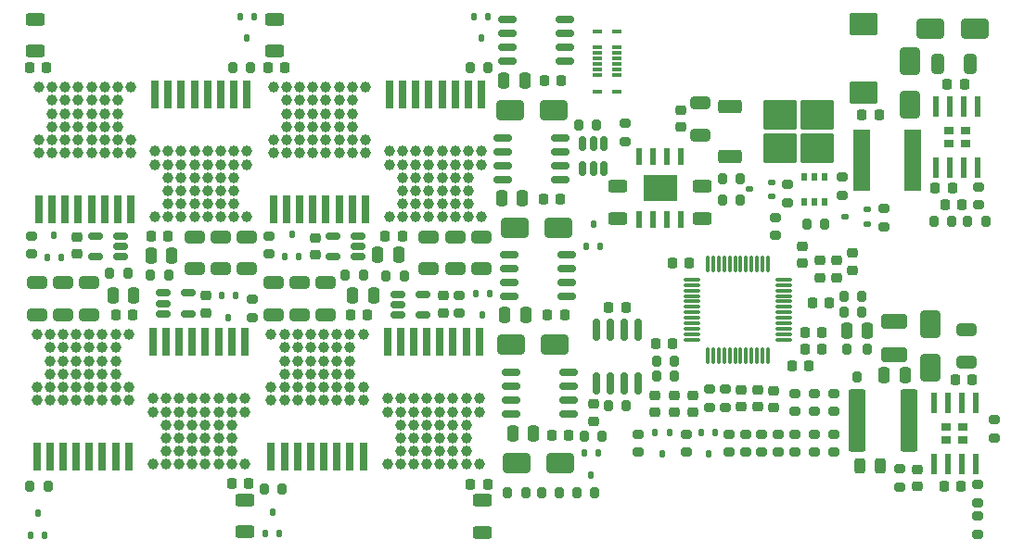
<source format=gtp>
G04 #@! TF.GenerationSoftware,KiCad,Pcbnew,9.0.2*
G04 #@! TF.CreationDate,2025-07-16T03:37:52+03:00*
G04 #@! TF.ProjectId,dcesc-ga25,64636573-632d-4676-9132-352e6b696361,rev?*
G04 #@! TF.SameCoordinates,Original*
G04 #@! TF.FileFunction,Paste,Top*
G04 #@! TF.FilePolarity,Positive*
%FSLAX46Y46*%
G04 Gerber Fmt 4.6, Leading zero omitted, Abs format (unit mm)*
G04 Created by KiCad (PCBNEW 9.0.2) date 2025-07-16 03:37:52*
%MOMM*%
%LPD*%
G01*
G04 APERTURE LIST*
G04 Aperture macros list*
%AMRoundRect*
0 Rectangle with rounded corners*
0 $1 Rounding radius*
0 $2 $3 $4 $5 $6 $7 $8 $9 X,Y pos of 4 corners*
0 Add a 4 corners polygon primitive as box body*
4,1,4,$2,$3,$4,$5,$6,$7,$8,$9,$2,$3,0*
0 Add four circle primitives for the rounded corners*
1,1,$1+$1,$2,$3*
1,1,$1+$1,$4,$5*
1,1,$1+$1,$6,$7*
1,1,$1+$1,$8,$9*
0 Add four rect primitives between the rounded corners*
20,1,$1+$1,$2,$3,$4,$5,0*
20,1,$1+$1,$4,$5,$6,$7,0*
20,1,$1+$1,$6,$7,$8,$9,0*
20,1,$1+$1,$8,$9,$2,$3,0*%
G04 Aperture macros list end*
%ADD10RoundRect,0.112500X0.237500X-0.112500X0.237500X0.112500X-0.237500X0.112500X-0.237500X-0.112500X0*%
%ADD11RoundRect,0.250000X-0.325000X-0.650000X0.325000X-0.650000X0.325000X0.650000X-0.325000X0.650000X0*%
%ADD12RoundRect,0.200000X0.275000X-0.200000X0.275000X0.200000X-0.275000X0.200000X-0.275000X-0.200000X0*%
%ADD13RoundRect,0.250000X0.250000X0.475000X-0.250000X0.475000X-0.250000X-0.475000X0.250000X-0.475000X0*%
%ADD14RoundRect,0.150000X0.675000X0.150000X-0.675000X0.150000X-0.675000X-0.150000X0.675000X-0.150000X0*%
%ADD15RoundRect,0.112500X-0.112500X-0.237500X0.112500X-0.237500X0.112500X0.237500X-0.112500X0.237500X0*%
%ADD16RoundRect,0.200000X0.200000X0.275000X-0.200000X0.275000X-0.200000X-0.275000X0.200000X-0.275000X0*%
%ADD17RoundRect,0.150000X-0.512500X-0.150000X0.512500X-0.150000X0.512500X0.150000X-0.512500X0.150000X0*%
%ADD18RoundRect,0.225000X0.250000X-0.225000X0.250000X0.225000X-0.250000X0.225000X-0.250000X-0.225000X0*%
%ADD19RoundRect,0.200000X-0.275000X0.200000X-0.275000X-0.200000X0.275000X-0.200000X0.275000X0.200000X0*%
%ADD20RoundRect,0.200000X-0.200000X-0.275000X0.200000X-0.275000X0.200000X0.275000X-0.200000X0.275000X0*%
%ADD21RoundRect,0.150000X-0.150000X0.512500X-0.150000X-0.512500X0.150000X-0.512500X0.150000X0.512500X0*%
%ADD22RoundRect,0.250000X0.650000X-1.000000X0.650000X1.000000X-0.650000X1.000000X-0.650000X-1.000000X0*%
%ADD23RoundRect,0.150000X-0.150000X0.825000X-0.150000X-0.825000X0.150000X-0.825000X0.150000X0.825000X0*%
%ADD24RoundRect,0.250000X-1.000000X-0.650000X1.000000X-0.650000X1.000000X0.650000X-1.000000X0.650000X0*%
%ADD25R,0.510000X0.700000*%
%ADD26RoundRect,0.250000X-0.250000X-0.475000X0.250000X-0.475000X0.250000X0.475000X-0.250000X0.475000X0*%
%ADD27RoundRect,0.250000X0.625000X-0.312500X0.625000X0.312500X-0.625000X0.312500X-0.625000X-0.312500X0*%
%ADD28RoundRect,0.225000X-0.250000X0.225000X-0.250000X-0.225000X0.250000X-0.225000X0.250000X0.225000X0*%
%ADD29RoundRect,0.225000X0.225000X0.250000X-0.225000X0.250000X-0.225000X-0.250000X0.225000X-0.250000X0*%
%ADD30RoundRect,0.250000X1.000000X0.650000X-1.000000X0.650000X-1.000000X-0.650000X1.000000X-0.650000X0*%
%ADD31R,0.610000X1.910000*%
%ADD32R,0.930000X0.723000*%
%ADD33RoundRect,0.225000X-0.225000X-0.250000X0.225000X-0.250000X0.225000X0.250000X-0.225000X0.250000X0*%
%ADD34RoundRect,0.250000X-0.650000X0.325000X-0.650000X-0.325000X0.650000X-0.325000X0.650000X0.325000X0*%
%ADD35RoundRect,0.250000X0.550000X2.600000X-0.550000X2.600000X-0.550000X-2.600000X0.550000X-2.600000X0*%
%ADD36RoundRect,0.150000X0.512500X0.150000X-0.512500X0.150000X-0.512500X-0.150000X0.512500X-0.150000X0*%
%ADD37R,0.700000X2.600000*%
%ADD38C,1.000000*%
%ADD39RoundRect,0.250000X0.650000X-0.325000X0.650000X0.325000X-0.650000X0.325000X-0.650000X-0.325000X0*%
%ADD40RoundRect,0.250000X1.045000X-0.785000X1.045000X0.785000X-1.045000X0.785000X-1.045000X-0.785000X0*%
%ADD41RoundRect,0.112500X0.112500X0.237500X-0.112500X0.237500X-0.112500X-0.237500X0.112500X-0.237500X0*%
%ADD42RoundRect,0.250000X-0.625000X0.312500X-0.625000X-0.312500X0.625000X-0.312500X0.625000X0.312500X0*%
%ADD43RoundRect,0.218750X0.256250X-0.218750X0.256250X0.218750X-0.256250X0.218750X-0.256250X-0.218750X0*%
%ADD44R,3.100000X2.400000*%
%ADD45R,0.500000X1.600000*%
%ADD46RoundRect,0.250000X0.945000X-0.420000X0.945000X0.420000X-0.945000X0.420000X-0.945000X-0.420000X0*%
%ADD47R,0.870000X0.300000*%
%ADD48RoundRect,0.243750X-0.243750X-0.456250X0.243750X-0.456250X0.243750X0.456250X-0.243750X0.456250X0*%
%ADD49RoundRect,0.250000X-1.275000X-1.125000X1.275000X-1.125000X1.275000X1.125000X-1.275000X1.125000X0*%
%ADD50RoundRect,0.250000X-0.850000X-0.350000X0.850000X-0.350000X0.850000X0.350000X-0.850000X0.350000X0*%
%ADD51RoundRect,0.075000X0.075000X-0.662500X0.075000X0.662500X-0.075000X0.662500X-0.075000X-0.662500X0*%
%ADD52RoundRect,0.075000X0.662500X-0.075000X0.662500X0.075000X-0.662500X0.075000X-0.662500X-0.075000X0*%
%ADD53RoundRect,0.200000X0.200000X0.300000X-0.200000X0.300000X-0.200000X-0.300000X0.200000X-0.300000X0*%
%ADD54R,1.600000X5.700000*%
G04 APERTURE END LIST*
D10*
G04 #@! TO.C,T9*
X177800000Y-70250000D03*
X177800000Y-68950000D03*
X175800000Y-69600000D03*
G04 #@! TD*
D11*
G04 #@! TO.C,C1*
X184225000Y-55600000D03*
X187175000Y-55600000D03*
G04 #@! TD*
D12*
G04 #@! TO.C,R30*
X174800000Y-91125000D03*
X174800000Y-89475000D03*
G04 #@! TD*
D13*
G04 #@! TO.C,C51*
X114350000Y-73200000D03*
X112450000Y-73200000D03*
G04 #@! TD*
D14*
G04 #@! TO.C,U12*
X150250000Y-55405000D03*
X150250000Y-54135000D03*
X150250000Y-52865000D03*
X150250000Y-51595000D03*
X145000000Y-51595000D03*
X145000000Y-52865000D03*
X145000000Y-54135000D03*
X145000000Y-55405000D03*
G04 #@! TD*
D15*
G04 #@! TO.C,D9*
X122850000Y-98600000D03*
X124150000Y-98600000D03*
X123500000Y-96600000D03*
G04 #@! TD*
D16*
G04 #@! TO.C,R43*
X103025000Y-94200000D03*
X101375000Y-94200000D03*
G04 #@! TD*
D12*
G04 #@! TO.C,R31*
X173000000Y-91125000D03*
X173000000Y-89475000D03*
G04 #@! TD*
D17*
G04 #@! TO.C,U6*
X135012500Y-76700000D03*
X135012500Y-77650000D03*
X135012500Y-78600000D03*
X137287500Y-78600000D03*
X137287500Y-76700000D03*
G04 #@! TD*
D18*
G04 #@! TO.C,C25*
X175000000Y-75175000D03*
X175000000Y-73625000D03*
G04 #@! TD*
D19*
G04 #@! TO.C,R2*
X188000000Y-66875000D03*
X188000000Y-68525000D03*
G04 #@! TD*
D20*
G04 #@! TO.C,R13*
X172275000Y-70300000D03*
X173925000Y-70300000D03*
G04 #@! TD*
D21*
G04 #@! TO.C,U15*
X153750000Y-62900000D03*
X152800000Y-62900000D03*
X151850000Y-62900000D03*
X151850000Y-65175000D03*
X152800000Y-65175000D03*
X153750000Y-65175000D03*
G04 #@! TD*
D22*
G04 #@! TO.C,D2*
X181700000Y-59400000D03*
X181700000Y-55400000D03*
G04 #@! TD*
D23*
G04 #@! TO.C,U14*
X156905000Y-79925000D03*
X155635000Y-79925000D03*
X154365000Y-79925000D03*
X153095000Y-79925000D03*
X153095000Y-84875000D03*
X154365000Y-84875000D03*
X155635000Y-84875000D03*
X156905000Y-84875000D03*
G04 #@! TD*
D24*
G04 #@! TO.C,D17*
X145600000Y-70600000D03*
X149600000Y-70600000D03*
G04 #@! TD*
D15*
G04 #@! TO.C,D14*
X124650000Y-73225000D03*
X125950000Y-73225000D03*
X125300000Y-71225000D03*
G04 #@! TD*
D16*
G04 #@! TO.C,R19*
X149725000Y-94800000D03*
X148075000Y-94800000D03*
G04 #@! TD*
D25*
G04 #@! TO.C,T11*
X172050000Y-68260000D03*
X173000000Y-68260000D03*
X173950000Y-68260000D03*
X173950000Y-65940000D03*
X173000000Y-65940000D03*
X172050000Y-65940000D03*
G04 #@! TD*
D26*
G04 #@! TO.C,C50*
X130850000Y-76800000D03*
X132750000Y-76800000D03*
G04 #@! TD*
D27*
G04 #@! TO.C,R54*
X123700000Y-54462500D03*
X123700000Y-51537500D03*
G04 #@! TD*
D12*
G04 #@! TO.C,R56*
X155700000Y-62725000D03*
X155700000Y-61075000D03*
G04 #@! TD*
D18*
G04 #@! TO.C,C15*
X160800000Y-61400000D03*
X160800000Y-59850000D03*
G04 #@! TD*
D28*
G04 #@! TO.C,C44*
X167800000Y-85425000D03*
X167800000Y-86975000D03*
G04 #@! TD*
D12*
G04 #@! TO.C,R12*
X179300000Y-70525000D03*
X179300000Y-68875000D03*
G04 #@! TD*
D29*
G04 #@! TO.C,C21*
X161575000Y-73800000D03*
X160025000Y-73800000D03*
G04 #@! TD*
D30*
G04 #@! TO.C,D1*
X187600000Y-52400000D03*
X183600000Y-52400000D03*
G04 #@! TD*
D31*
G04 #@! TO.C,U2*
X183895000Y-92180000D03*
X185165000Y-92180000D03*
X186435000Y-92180000D03*
X187705000Y-92180000D03*
X187705000Y-86620000D03*
X186435000Y-86620000D03*
X185165000Y-86620000D03*
X183895000Y-86620000D03*
D32*
X185025000Y-90002500D03*
X186575000Y-90002500D03*
X185025000Y-88797500D03*
X186575000Y-88797500D03*
G04 #@! TD*
D26*
G04 #@! TO.C,C13*
X175950000Y-80000000D03*
X177850000Y-80000000D03*
G04 #@! TD*
D29*
G04 #@! TO.C,C5*
X185575000Y-67000000D03*
X184025000Y-67000000D03*
G04 #@! TD*
D33*
G04 #@! TO.C,C4*
X185825000Y-84502500D03*
X187375000Y-84502500D03*
G04 #@! TD*
D34*
G04 #@! TO.C,C62*
X142600000Y-71425000D03*
X142600000Y-74375000D03*
G04 #@! TD*
D16*
G04 #@! TO.C,R45*
X124425000Y-94500000D03*
X122775000Y-94500000D03*
G04 #@! TD*
D13*
G04 #@! TO.C,C52*
X135050000Y-73100000D03*
X133150000Y-73100000D03*
G04 #@! TD*
D35*
G04 #@! TO.C,L2*
X181600000Y-88200000D03*
X176900000Y-88200000D03*
G04 #@! TD*
D27*
G04 #@! TO.C,R53*
X101900000Y-54462500D03*
X101900000Y-51537500D03*
G04 #@! TD*
D20*
G04 #@! TO.C,R1*
X183875000Y-70000000D03*
X185525000Y-70000000D03*
G04 #@! TD*
G04 #@! TO.C,R9*
X164575000Y-68100000D03*
X166225000Y-68100000D03*
G04 #@! TD*
D31*
G04 #@! TO.C,U1*
X184095000Y-65080000D03*
X185365000Y-65080000D03*
X186635000Y-65080000D03*
X187905000Y-65080000D03*
X187905000Y-59520000D03*
X186635000Y-59520000D03*
X185365000Y-59520000D03*
X184095000Y-59520000D03*
D32*
X185225000Y-62902500D03*
X186775000Y-62902500D03*
X185225000Y-61697500D03*
X186775000Y-61697500D03*
G04 #@! TD*
D36*
G04 #@! TO.C,U7*
X109675000Y-73250000D03*
X109675000Y-72300000D03*
X109675000Y-71350000D03*
X107400000Y-71350000D03*
X107400000Y-73250000D03*
G04 #@! TD*
D10*
G04 #@! TO.C,T10*
X169100000Y-67750000D03*
X169100000Y-66450000D03*
X167100000Y-67100000D03*
G04 #@! TD*
D37*
G04 #@! TO.C,T7*
X142600000Y-58450000D03*
X141400000Y-58450000D03*
X140200000Y-58450000D03*
X139000000Y-58450000D03*
X137800000Y-58450000D03*
X136600000Y-58450000D03*
X135400000Y-58450000D03*
X134200000Y-58450000D03*
D38*
X142600000Y-63630000D03*
X141400000Y-63630000D03*
X140200000Y-63630000D03*
X139000000Y-63630000D03*
X137800000Y-63630000D03*
X136600000Y-63630000D03*
X135400000Y-63630000D03*
X134200000Y-63630000D03*
X142600000Y-64830000D03*
X141400000Y-64830000D03*
X140200000Y-64830000D03*
X139000000Y-64830000D03*
X137800000Y-64830000D03*
X136600000Y-64830000D03*
X135400000Y-64830000D03*
X134200000Y-64830000D03*
X141400000Y-66030000D03*
X140200000Y-66030000D03*
X139000000Y-66030000D03*
X137800000Y-66030000D03*
X136600000Y-66030000D03*
X135400000Y-66030000D03*
X141400000Y-67230000D03*
X140200000Y-67230000D03*
X139000000Y-67230000D03*
X137800000Y-67230000D03*
X136600000Y-67230000D03*
X135400000Y-67230000D03*
X141400000Y-68430000D03*
X140200000Y-68430000D03*
X139000000Y-68430000D03*
X137800000Y-68430000D03*
X136600000Y-68430000D03*
X135400000Y-68430000D03*
X142600000Y-69630000D03*
X141400000Y-69630000D03*
X140200000Y-69630000D03*
X139000000Y-69630000D03*
X137800000Y-69630000D03*
X136600000Y-69630000D03*
X135400000Y-69630000D03*
X134200000Y-69630000D03*
G04 #@! TD*
D33*
G04 #@! TO.C,C42*
X170925000Y-83200000D03*
X172475000Y-83200000D03*
G04 #@! TD*
D26*
G04 #@! TO.C,C46*
X145450000Y-89400000D03*
X147350000Y-89400000D03*
G04 #@! TD*
D20*
G04 #@! TO.C,R42*
X158575000Y-82800000D03*
X160225000Y-82800000D03*
G04 #@! TD*
D39*
G04 #@! TO.C,C55*
X106800000Y-78575000D03*
X106800000Y-75625000D03*
G04 #@! TD*
D37*
G04 #@! TO.C,T3*
X123400000Y-91550000D03*
X124600000Y-91550000D03*
X125800000Y-91550000D03*
X127000000Y-91550000D03*
X128200000Y-91550000D03*
X129400000Y-91550000D03*
X130600000Y-91550000D03*
X131800000Y-91550000D03*
D38*
X123400000Y-86370000D03*
X124600000Y-86370000D03*
X125800000Y-86370000D03*
X127000000Y-86370000D03*
X128200000Y-86370000D03*
X129400000Y-86370000D03*
X130600000Y-86370000D03*
X131800000Y-86370000D03*
X123400000Y-85170000D03*
X124600000Y-85170000D03*
X125800000Y-85170000D03*
X127000000Y-85170000D03*
X128200000Y-85170000D03*
X129400000Y-85170000D03*
X130600000Y-85170000D03*
X131800000Y-85170000D03*
X124600000Y-83970000D03*
X125800000Y-83970000D03*
X127000000Y-83970000D03*
X128200000Y-83970000D03*
X129400000Y-83970000D03*
X130600000Y-83970000D03*
X124600000Y-82770000D03*
X125800000Y-82770000D03*
X127000000Y-82770000D03*
X128200000Y-82770000D03*
X129400000Y-82770000D03*
X130600000Y-82770000D03*
X124600000Y-81570000D03*
X125800000Y-81570000D03*
X127000000Y-81570000D03*
X128200000Y-81570000D03*
X129400000Y-81570000D03*
X130600000Y-81570000D03*
X123400000Y-80370000D03*
X124600000Y-80370000D03*
X125800000Y-80370000D03*
X127000000Y-80370000D03*
X128200000Y-80370000D03*
X129400000Y-80370000D03*
X130600000Y-80370000D03*
X131800000Y-80370000D03*
G04 #@! TD*
D16*
G04 #@! TO.C,R38*
X135525000Y-75000000D03*
X133875000Y-75000000D03*
G04 #@! TD*
D15*
G04 #@! TO.C,D12*
X102950000Y-73300000D03*
X104250000Y-73300000D03*
X103600000Y-71300000D03*
G04 #@! TD*
D29*
G04 #@! TO.C,C29*
X150575000Y-89600000D03*
X149025000Y-89600000D03*
G04 #@! TD*
D18*
G04 #@! TO.C,C35*
X105700000Y-72975000D03*
X105700000Y-71425000D03*
G04 #@! TD*
D19*
G04 #@! TO.C,R11*
X175500000Y-65975000D03*
X175500000Y-67625000D03*
G04 #@! TD*
D39*
G04 #@! TO.C,C57*
X126000000Y-78575000D03*
X126000000Y-75625000D03*
G04 #@! TD*
D12*
G04 #@! TO.C,R44*
X121700000Y-78825000D03*
X121700000Y-77175000D03*
G04 #@! TD*
D16*
G04 #@! TO.C,R41*
X160225000Y-84200000D03*
X158575000Y-84200000D03*
G04 #@! TD*
D40*
G04 #@! TO.C,C9*
X177500000Y-58270000D03*
X177500000Y-52030000D03*
G04 #@! TD*
D33*
G04 #@! TO.C,C37*
X109225000Y-78600000D03*
X110775000Y-78600000D03*
G04 #@! TD*
D41*
G04 #@! TO.C,D11*
X121850000Y-51300000D03*
X120550000Y-51300000D03*
X121200000Y-53300000D03*
G04 #@! TD*
D22*
G04 #@! TO.C,D3*
X183600000Y-83400000D03*
X183600000Y-79400000D03*
G04 #@! TD*
D14*
G04 #@! TO.C,U10*
X150525000Y-87605000D03*
X150525000Y-86335000D03*
X150525000Y-85065000D03*
X150525000Y-83795000D03*
X145275000Y-83795000D03*
X145275000Y-85065000D03*
X145275000Y-86335000D03*
X145275000Y-87605000D03*
G04 #@! TD*
D12*
G04 #@! TO.C,R27*
X174800000Y-87425000D03*
X174800000Y-85775000D03*
G04 #@! TD*
D37*
G04 #@! TO.C,T8*
X123600000Y-68950000D03*
X124800000Y-68950000D03*
X126000000Y-68950000D03*
X127200000Y-68950000D03*
X128400000Y-68950000D03*
X129600000Y-68950000D03*
X130800000Y-68950000D03*
X132000000Y-68950000D03*
D38*
X123600000Y-63770000D03*
X124800000Y-63770000D03*
X126000000Y-63770000D03*
X127200000Y-63770000D03*
X128400000Y-63770000D03*
X129600000Y-63770000D03*
X130800000Y-63770000D03*
X132000000Y-63770000D03*
X123600000Y-62570000D03*
X124800000Y-62570000D03*
X126000000Y-62570000D03*
X127200000Y-62570000D03*
X128400000Y-62570000D03*
X129600000Y-62570000D03*
X130800000Y-62570000D03*
X132000000Y-62570000D03*
X124800000Y-61370000D03*
X126000000Y-61370000D03*
X127200000Y-61370000D03*
X128400000Y-61370000D03*
X129600000Y-61370000D03*
X130800000Y-61370000D03*
X124800000Y-60170000D03*
X126000000Y-60170000D03*
X127200000Y-60170000D03*
X128400000Y-60170000D03*
X129600000Y-60170000D03*
X130800000Y-60170000D03*
X124800000Y-58970000D03*
X126000000Y-58970000D03*
X127200000Y-58970000D03*
X128400000Y-58970000D03*
X129600000Y-58970000D03*
X130800000Y-58970000D03*
X123600000Y-57770000D03*
X124800000Y-57770000D03*
X126000000Y-57770000D03*
X127200000Y-57770000D03*
X128400000Y-57770000D03*
X129600000Y-57770000D03*
X130800000Y-57770000D03*
X132000000Y-57770000D03*
G04 #@! TD*
D16*
G04 #@! TO.C,R37*
X114025000Y-74900000D03*
X112375000Y-74900000D03*
G04 #@! TD*
D34*
G04 #@! TO.C,C61*
X116400000Y-71425000D03*
X116400000Y-74375000D03*
G04 #@! TD*
D28*
G04 #@! TO.C,C20*
X171900000Y-72325000D03*
X171900000Y-73875000D03*
G04 #@! TD*
D15*
G04 #@! TO.C,D7*
X101450000Y-98700000D03*
X102750000Y-98700000D03*
X102100000Y-96700000D03*
G04 #@! TD*
D33*
G04 #@! TO.C,C69*
X119825000Y-94000000D03*
X121375000Y-94000000D03*
G04 #@! TD*
D28*
G04 #@! TO.C,C34*
X139100000Y-76825000D03*
X139100000Y-78375000D03*
G04 #@! TD*
D29*
G04 #@! TO.C,C30*
X149775000Y-68000000D03*
X148225000Y-68000000D03*
G04 #@! TD*
D19*
G04 #@! TO.C,R50*
X123200000Y-71375000D03*
X123200000Y-73025000D03*
G04 #@! TD*
D28*
G04 #@! TO.C,C33*
X117462500Y-76825000D03*
X117462500Y-78375000D03*
G04 #@! TD*
D12*
G04 #@! TO.C,R4*
X187900000Y-95750000D03*
X187900000Y-94100000D03*
G04 #@! TD*
G04 #@! TO.C,R23*
X156900000Y-91125000D03*
X156900000Y-89475000D03*
G04 #@! TD*
D29*
G04 #@! TO.C,C31*
X149875000Y-57200000D03*
X148325000Y-57200000D03*
G04 #@! TD*
D18*
G04 #@! TO.C,C26*
X173500000Y-75175000D03*
X173500000Y-73625000D03*
G04 #@! TD*
D42*
G04 #@! TO.C,R52*
X142700000Y-95537500D03*
X142700000Y-98462500D03*
G04 #@! TD*
D43*
G04 #@! TO.C,FB1*
X176500000Y-74487500D03*
X176500000Y-72912500D03*
G04 #@! TD*
D19*
G04 #@! TO.C,R17*
X163400000Y-85375000D03*
X163400000Y-87025000D03*
G04 #@! TD*
D12*
G04 #@! TO.C,R5*
X189400000Y-89825000D03*
X189400000Y-88175000D03*
G04 #@! TD*
D19*
G04 #@! TO.C,R33*
X165200000Y-89475000D03*
X165200000Y-91125000D03*
G04 #@! TD*
D42*
G04 #@! TO.C,R14*
X155000000Y-66837500D03*
X155000000Y-69762500D03*
G04 #@! TD*
D28*
G04 #@! TO.C,C18*
X166300000Y-85425000D03*
X166300000Y-86975000D03*
G04 #@! TD*
D33*
G04 #@! TO.C,C16*
X154225000Y-77859969D03*
X155775000Y-77859969D03*
G04 #@! TD*
D17*
G04 #@! TO.C,U5*
X113525000Y-76575000D03*
X113525000Y-77525000D03*
X113525000Y-78475000D03*
X115800000Y-78475000D03*
X115800000Y-76575000D03*
G04 #@! TD*
D29*
G04 #@! TO.C,C72*
X124675000Y-56000000D03*
X123125000Y-56000000D03*
G04 #@! TD*
D26*
G04 #@! TO.C,C12*
X179350000Y-84100000D03*
X181250000Y-84100000D03*
G04 #@! TD*
D29*
G04 #@! TO.C,C40*
X135375000Y-71400000D03*
X133825000Y-71400000D03*
G04 #@! TD*
D26*
G04 #@! TO.C,C48*
X144650000Y-57200000D03*
X146550000Y-57200000D03*
G04 #@! TD*
D37*
G04 #@! TO.C,T5*
X121200000Y-58450000D03*
X120000000Y-58450000D03*
X118800000Y-58450000D03*
X117600000Y-58450000D03*
X116400000Y-58450000D03*
X115200000Y-58450000D03*
X114000000Y-58450000D03*
X112800000Y-58450000D03*
D38*
X121200000Y-63630000D03*
X120000000Y-63630000D03*
X118800000Y-63630000D03*
X117600000Y-63630000D03*
X116400000Y-63630000D03*
X115200000Y-63630000D03*
X114000000Y-63630000D03*
X112800000Y-63630000D03*
X121200000Y-64830000D03*
X120000000Y-64830000D03*
X118800000Y-64830000D03*
X117600000Y-64830000D03*
X116400000Y-64830000D03*
X115200000Y-64830000D03*
X114000000Y-64830000D03*
X112800000Y-64830000D03*
X120000000Y-66030000D03*
X118800000Y-66030000D03*
X117600000Y-66030000D03*
X116400000Y-66030000D03*
X115200000Y-66030000D03*
X114000000Y-66030000D03*
X120000000Y-67230000D03*
X118800000Y-67230000D03*
X117600000Y-67230000D03*
X116400000Y-67230000D03*
X115200000Y-67230000D03*
X114000000Y-67230000D03*
X120000000Y-68430000D03*
X118800000Y-68430000D03*
X117600000Y-68430000D03*
X116400000Y-68430000D03*
X115200000Y-68430000D03*
X114000000Y-68430000D03*
X121200000Y-69630000D03*
X120000000Y-69630000D03*
X118800000Y-69630000D03*
X117600000Y-69630000D03*
X116400000Y-69630000D03*
X115200000Y-69630000D03*
X114000000Y-69630000D03*
X112800000Y-69630000D03*
G04 #@! TD*
D39*
G04 #@! TO.C,C54*
X104400000Y-78575000D03*
X104400000Y-75625000D03*
G04 #@! TD*
D12*
G04 #@! TO.C,R46*
X140600000Y-78425000D03*
X140600000Y-76775000D03*
G04 #@! TD*
D16*
G04 #@! TO.C,R47*
X121550000Y-56000000D03*
X119900000Y-56000000D03*
G04 #@! TD*
D12*
G04 #@! TO.C,R26*
X168200000Y-91125000D03*
X168200000Y-89475000D03*
G04 #@! TD*
D34*
G04 #@! TO.C,C63*
X140200000Y-71425000D03*
X140200000Y-74375000D03*
G04 #@! TD*
D41*
G04 #@! TO.C,D4*
X163950000Y-89300000D03*
X162650000Y-89300000D03*
X163300000Y-91300000D03*
G04 #@! TD*
D33*
G04 #@! TO.C,C41*
X172125000Y-81700000D03*
X173675000Y-81700000D03*
G04 #@! TD*
D12*
G04 #@! TO.C,R25*
X169700000Y-91125000D03*
X169700000Y-89475000D03*
G04 #@! TD*
D39*
G04 #@! TO.C,C56*
X123600000Y-78575000D03*
X123600000Y-75625000D03*
G04 #@! TD*
D19*
G04 #@! TO.C,R21*
X164900000Y-85375000D03*
X164900000Y-87025000D03*
G04 #@! TD*
D26*
G04 #@! TO.C,C45*
X144750000Y-78600000D03*
X146650000Y-78600000D03*
G04 #@! TD*
D24*
G04 #@! TO.C,D18*
X145200000Y-59900000D03*
X149200000Y-59900000D03*
G04 #@! TD*
D44*
G04 #@! TO.C,U13*
X158900000Y-67000000D03*
D45*
X156995000Y-69875000D03*
X158265000Y-69875000D03*
X159535000Y-69875000D03*
X160805000Y-69875000D03*
X160805000Y-64125000D03*
X159535000Y-64125000D03*
X158265000Y-64125000D03*
X156995000Y-64125000D03*
G04 #@! TD*
D46*
G04 #@! TO.C,C11*
X180300000Y-82240000D03*
X180300000Y-79160000D03*
G04 #@! TD*
D39*
G04 #@! TO.C,C53*
X102000000Y-78575000D03*
X102000000Y-75625000D03*
G04 #@! TD*
D41*
G04 #@! TO.C,D5*
X159750000Y-89300000D03*
X158450000Y-89300000D03*
X159100000Y-91300000D03*
G04 #@! TD*
D47*
G04 #@! TO.C,X12*
X153185000Y-58150000D03*
X153185000Y-56650000D03*
X153185000Y-56150000D03*
X153185000Y-55650000D03*
X153185000Y-55150000D03*
X153185000Y-54650000D03*
X153185000Y-54150000D03*
X153185000Y-52650000D03*
X154915000Y-52650000D03*
X154915000Y-54150000D03*
X154915000Y-54650000D03*
X154915000Y-55150000D03*
X154915000Y-55650000D03*
X154915000Y-56150000D03*
X154915000Y-56650000D03*
X154915000Y-58150000D03*
G04 #@! TD*
D26*
G04 #@! TO.C,C47*
X144450000Y-67900000D03*
X146350000Y-67900000D03*
G04 #@! TD*
D20*
G04 #@! TO.C,R49*
X141550000Y-56000000D03*
X143200000Y-56000000D03*
G04 #@! TD*
D16*
G04 #@! TO.C,R18*
X152925000Y-94800000D03*
X151275000Y-94800000D03*
G04 #@! TD*
D48*
G04 #@! TO.C,D20*
X177162500Y-92400000D03*
X179037500Y-92400000D03*
G04 #@! TD*
D42*
G04 #@! TO.C,R15*
X162700000Y-66837500D03*
X162700000Y-69762500D03*
G04 #@! TD*
D33*
G04 #@! TO.C,C10*
X177325000Y-60300000D03*
X178875000Y-60300000D03*
G04 #@! TD*
D16*
G04 #@! TO.C,R20*
X146625000Y-94800000D03*
X144975000Y-94800000D03*
G04 #@! TD*
D33*
G04 #@! TO.C,C70*
X141600000Y-94100000D03*
X143150000Y-94100000D03*
G04 #@! TD*
D34*
G04 #@! TO.C,C60*
X118800000Y-71425000D03*
X118800000Y-74375000D03*
G04 #@! TD*
D29*
G04 #@! TO.C,C39*
X113975000Y-71400000D03*
X112425000Y-71400000D03*
G04 #@! TD*
D37*
G04 #@! TO.C,T1*
X102000000Y-91550000D03*
X103200000Y-91550000D03*
X104400000Y-91550000D03*
X105600000Y-91550000D03*
X106800000Y-91550000D03*
X108000000Y-91550000D03*
X109200000Y-91550000D03*
X110400000Y-91550000D03*
D38*
X102000000Y-86370000D03*
X103200000Y-86370000D03*
X104400000Y-86370000D03*
X105600000Y-86370000D03*
X106800000Y-86370000D03*
X108000000Y-86370000D03*
X109200000Y-86370000D03*
X110400000Y-86370000D03*
X102000000Y-85170000D03*
X103200000Y-85170000D03*
X104400000Y-85170000D03*
X105600000Y-85170000D03*
X106800000Y-85170000D03*
X108000000Y-85170000D03*
X109200000Y-85170000D03*
X110400000Y-85170000D03*
X103200000Y-83970000D03*
X104400000Y-83970000D03*
X105600000Y-83970000D03*
X106800000Y-83970000D03*
X108000000Y-83970000D03*
X109200000Y-83970000D03*
X103200000Y-82770000D03*
X104400000Y-82770000D03*
X105600000Y-82770000D03*
X106800000Y-82770000D03*
X108000000Y-82770000D03*
X109200000Y-82770000D03*
X103200000Y-81570000D03*
X104400000Y-81570000D03*
X105600000Y-81570000D03*
X106800000Y-81570000D03*
X108000000Y-81570000D03*
X109200000Y-81570000D03*
X102000000Y-80370000D03*
X103200000Y-80370000D03*
X104400000Y-80370000D03*
X105600000Y-80370000D03*
X106800000Y-80370000D03*
X108000000Y-80370000D03*
X109200000Y-80370000D03*
X110400000Y-80370000D03*
G04 #@! TD*
D33*
G04 #@! TO.C,C7*
X184925000Y-68500000D03*
X186475000Y-68500000D03*
G04 #@! TD*
D41*
G04 #@! TO.C,D10*
X143350000Y-76600000D03*
X142050000Y-76600000D03*
X142700000Y-78600000D03*
G04 #@! TD*
D29*
G04 #@! TO.C,C27*
X174375000Y-77500000D03*
X172825000Y-77500000D03*
G04 #@! TD*
D20*
G04 #@! TO.C,R36*
X175675000Y-78300000D03*
X177325000Y-78300000D03*
G04 #@! TD*
D33*
G04 #@! TO.C,C3*
X185125000Y-57500000D03*
X186675000Y-57500000D03*
G04 #@! TD*
G04 #@! TO.C,C8*
X184825000Y-94200000D03*
X186375000Y-94200000D03*
G04 #@! TD*
D41*
G04 #@! TO.C,D6*
X153250000Y-91200000D03*
X151950000Y-91200000D03*
X152600000Y-93200000D03*
G04 #@! TD*
D39*
G04 #@! TO.C,C58*
X128400000Y-78575000D03*
X128400000Y-75625000D03*
G04 #@! TD*
D26*
G04 #@! TO.C,C49*
X108950000Y-76800000D03*
X110850000Y-76800000D03*
G04 #@! TD*
D29*
G04 #@! TO.C,C71*
X102875000Y-56000000D03*
X101325000Y-56000000D03*
G04 #@! TD*
D34*
G04 #@! TO.C,C59*
X121200000Y-71425000D03*
X121200000Y-74375000D03*
G04 #@! TD*
D12*
G04 #@! TO.C,R29*
X171200000Y-87425000D03*
X171200000Y-85775000D03*
G04 #@! TD*
D15*
G04 #@! TO.C,D19*
X152150000Y-72300000D03*
X153450000Y-72300000D03*
X152800000Y-70300000D03*
G04 #@! TD*
D24*
G04 #@! TO.C,D15*
X145300000Y-81300000D03*
X149300000Y-81300000D03*
G04 #@! TD*
D41*
G04 #@! TO.C,D13*
X143200000Y-51300000D03*
X141900000Y-51300000D03*
X142550000Y-53300000D03*
G04 #@! TD*
D18*
G04 #@! TO.C,C36*
X127400000Y-73075000D03*
X127400000Y-71525000D03*
G04 #@! TD*
D20*
G04 #@! TO.C,R55*
X151450000Y-61200000D03*
X153100000Y-61200000D03*
G04 #@! TD*
D49*
G04 #@! TO.C,T12*
X169885000Y-60275000D03*
X169885000Y-63325000D03*
X173235000Y-60275000D03*
X173235000Y-63325000D03*
D50*
X165260000Y-59520000D03*
X165260000Y-64080000D03*
G04 #@! TD*
D19*
G04 #@! TO.C,R48*
X101500000Y-71375000D03*
X101500000Y-73025000D03*
G04 #@! TD*
D34*
G04 #@! TO.C,C64*
X137800000Y-71425000D03*
X137800000Y-74375000D03*
G04 #@! TD*
D42*
G04 #@! TO.C,R51*
X121000000Y-95500000D03*
X121000000Y-98425000D03*
G04 #@! TD*
D16*
G04 #@! TO.C,R40*
X131825000Y-74900000D03*
X130175000Y-74900000D03*
G04 #@! TD*
D14*
G04 #@! TO.C,U11*
X149825000Y-66205000D03*
X149825000Y-64935000D03*
X149825000Y-63665000D03*
X149825000Y-62395000D03*
X144575000Y-62395000D03*
X144575000Y-63665000D03*
X144575000Y-64935000D03*
X144575000Y-66205000D03*
G04 #@! TD*
D37*
G04 #@! TO.C,T4*
X142400000Y-81050000D03*
X141200000Y-81050000D03*
X140000000Y-81050000D03*
X138800000Y-81050000D03*
X137600000Y-81050000D03*
X136400000Y-81050000D03*
X135200000Y-81050000D03*
X134000000Y-81050000D03*
D38*
X142400000Y-86230000D03*
X141200000Y-86230000D03*
X140000000Y-86230000D03*
X138800000Y-86230000D03*
X137600000Y-86230000D03*
X136400000Y-86230000D03*
X135200000Y-86230000D03*
X134000000Y-86230000D03*
X142400000Y-87430000D03*
X141200000Y-87430000D03*
X140000000Y-87430000D03*
X138800000Y-87430000D03*
X137600000Y-87430000D03*
X136400000Y-87430000D03*
X135200000Y-87430000D03*
X134000000Y-87430000D03*
X141200000Y-88630000D03*
X140000000Y-88630000D03*
X138800000Y-88630000D03*
X137600000Y-88630000D03*
X136400000Y-88630000D03*
X135200000Y-88630000D03*
X141200000Y-89830000D03*
X140000000Y-89830000D03*
X138800000Y-89830000D03*
X137600000Y-89830000D03*
X136400000Y-89830000D03*
X135200000Y-89830000D03*
X141200000Y-91030000D03*
X140000000Y-91030000D03*
X138800000Y-91030000D03*
X137600000Y-91030000D03*
X136400000Y-91030000D03*
X135200000Y-91030000D03*
X142400000Y-92230000D03*
X141200000Y-92230000D03*
X140000000Y-92230000D03*
X138800000Y-92230000D03*
X137600000Y-92230000D03*
X136400000Y-92230000D03*
X135200000Y-92230000D03*
X134000000Y-92230000D03*
G04 #@! TD*
D19*
G04 #@! TO.C,R6*
X187900000Y-96975000D03*
X187900000Y-98625000D03*
G04 #@! TD*
D36*
G04 #@! TO.C,U8*
X131337500Y-73250000D03*
X131337500Y-72300000D03*
X131337500Y-71350000D03*
X129062500Y-71350000D03*
X129062500Y-73250000D03*
G04 #@! TD*
D41*
G04 #@! TO.C,D8*
X120150000Y-76800000D03*
X118850000Y-76800000D03*
X119500000Y-78800000D03*
G04 #@! TD*
D18*
G04 #@! TO.C,C6*
X182400000Y-94250000D03*
X182400000Y-92700000D03*
G04 #@! TD*
D16*
G04 #@! TO.C,R39*
X110325000Y-74800000D03*
X108675000Y-74800000D03*
G04 #@! TD*
D12*
G04 #@! TO.C,R8*
X170500000Y-68325000D03*
X170500000Y-66675000D03*
G04 #@! TD*
G04 #@! TO.C,R7*
X169400000Y-71300000D03*
X169400000Y-69650000D03*
G04 #@! TD*
D51*
G04 #@! TO.C,U4*
X163250000Y-82262500D03*
X163750000Y-82262500D03*
X164250000Y-82262500D03*
X164750000Y-82262500D03*
X165250000Y-82262500D03*
X165750000Y-82262500D03*
X166250000Y-82262500D03*
X166750000Y-82262500D03*
X167250000Y-82262500D03*
X167750000Y-82262500D03*
X168250000Y-82262500D03*
X168750000Y-82262500D03*
D52*
X170162500Y-80850000D03*
X170162500Y-80350000D03*
X170162500Y-79850000D03*
X170162500Y-79350000D03*
X170162500Y-78850000D03*
X170162500Y-78350000D03*
X170162500Y-77850000D03*
X170162500Y-77350000D03*
X170162500Y-76850000D03*
X170162500Y-76350000D03*
X170162500Y-75850000D03*
X170162500Y-75350000D03*
D51*
X168750000Y-73937500D03*
X168250000Y-73937500D03*
X167750000Y-73937500D03*
X167250000Y-73937500D03*
X166750000Y-73937500D03*
X166250000Y-73937500D03*
X165750000Y-73937500D03*
X165250000Y-73937500D03*
X164750000Y-73937500D03*
X164250000Y-73937500D03*
X163750000Y-73937500D03*
X163250000Y-73937500D03*
D52*
X161837500Y-75350000D03*
X161837500Y-75850000D03*
X161837500Y-76350000D03*
X161837500Y-76850000D03*
X161837500Y-77350000D03*
X161837500Y-77850000D03*
X161837500Y-78350000D03*
X161837500Y-78850000D03*
X161837500Y-79350000D03*
X161837500Y-79850000D03*
X161837500Y-80350000D03*
X161837500Y-80850000D03*
G04 #@! TD*
D20*
G04 #@! TO.C,R3*
X186975000Y-70000000D03*
X188625000Y-70000000D03*
G04 #@! TD*
D33*
G04 #@! TO.C,C43*
X172125000Y-80200000D03*
X173675000Y-80200000D03*
G04 #@! TD*
D12*
G04 #@! TO.C,R57*
X180800000Y-94325000D03*
X180800000Y-92675000D03*
G04 #@! TD*
D39*
G04 #@! TO.C,C14*
X162600000Y-62175000D03*
X162600000Y-59225000D03*
G04 #@! TD*
D14*
G04 #@! TO.C,U9*
X150400000Y-76905000D03*
X150400000Y-75635000D03*
X150400000Y-74365000D03*
X150400000Y-73095000D03*
X145150000Y-73095000D03*
X145150000Y-74365000D03*
X145150000Y-75635000D03*
X145150000Y-76905000D03*
G04 #@! TD*
D28*
G04 #@! TO.C,C17*
X152800000Y-86725000D03*
X152800000Y-88275000D03*
G04 #@! TD*
D37*
G04 #@! TO.C,T6*
X102200000Y-68950000D03*
X103400000Y-68950000D03*
X104600000Y-68950000D03*
X105800000Y-68950000D03*
X107000000Y-68950000D03*
X108200000Y-68950000D03*
X109400000Y-68950000D03*
X110600000Y-68950000D03*
D38*
X102200000Y-63770000D03*
X103400000Y-63770000D03*
X104600000Y-63770000D03*
X105800000Y-63770000D03*
X107000000Y-63770000D03*
X108200000Y-63770000D03*
X109400000Y-63770000D03*
X110600000Y-63770000D03*
X102200000Y-62570000D03*
X103400000Y-62570000D03*
X104600000Y-62570000D03*
X105800000Y-62570000D03*
X107000000Y-62570000D03*
X108200000Y-62570000D03*
X109400000Y-62570000D03*
X110600000Y-62570000D03*
X103400000Y-61370000D03*
X104600000Y-61370000D03*
X105800000Y-61370000D03*
X107000000Y-61370000D03*
X108200000Y-61370000D03*
X109400000Y-61370000D03*
X103400000Y-60170000D03*
X104600000Y-60170000D03*
X105800000Y-60170000D03*
X107000000Y-60170000D03*
X108200000Y-60170000D03*
X109400000Y-60170000D03*
X103400000Y-58970000D03*
X104600000Y-58970000D03*
X105800000Y-58970000D03*
X107000000Y-58970000D03*
X108200000Y-58970000D03*
X109400000Y-58970000D03*
X102200000Y-57770000D03*
X103400000Y-57770000D03*
X104600000Y-57770000D03*
X105800000Y-57770000D03*
X107000000Y-57770000D03*
X108200000Y-57770000D03*
X109400000Y-57770000D03*
X110600000Y-57770000D03*
G04 #@! TD*
D28*
G04 #@! TO.C,C32*
X169300000Y-85525000D03*
X169300000Y-87075000D03*
G04 #@! TD*
D29*
G04 #@! TO.C,C19*
X160075000Y-81200000D03*
X158525000Y-81200000D03*
G04 #@! TD*
D28*
G04 #@! TO.C,C22*
X161900000Y-85925000D03*
X161900000Y-87475000D03*
G04 #@! TD*
D12*
G04 #@! TO.C,R32*
X173000000Y-87425000D03*
X173000000Y-85775000D03*
G04 #@! TD*
D16*
G04 #@! TO.C,R24*
X153625000Y-89700000D03*
X151975000Y-89700000D03*
G04 #@! TD*
D29*
G04 #@! TO.C,C28*
X150175000Y-78600000D03*
X148625000Y-78600000D03*
G04 #@! TD*
D24*
G04 #@! TO.C,D16*
X145800000Y-92100000D03*
X149800000Y-92100000D03*
G04 #@! TD*
D39*
G04 #@! TO.C,C2*
X186900000Y-82875000D03*
X186900000Y-79925000D03*
G04 #@! TD*
D20*
G04 #@! TO.C,R10*
X164575000Y-66100000D03*
X166225000Y-66100000D03*
G04 #@! TD*
D53*
G04 #@! TO.C,U3*
X177850000Y-81750000D03*
X175950000Y-81750000D03*
X176900000Y-84250000D03*
G04 #@! TD*
D12*
G04 #@! TO.C,R28*
X171200000Y-91125000D03*
X171200000Y-89475000D03*
G04 #@! TD*
D20*
G04 #@! TO.C,R35*
X175675000Y-76900000D03*
X177325000Y-76900000D03*
G04 #@! TD*
D28*
G04 #@! TO.C,C23*
X160200000Y-85925000D03*
X160200000Y-87475000D03*
G04 #@! TD*
D12*
G04 #@! TO.C,R22*
X161300000Y-91125000D03*
X161300000Y-89475000D03*
G04 #@! TD*
D33*
G04 #@! TO.C,C38*
X130625000Y-78600000D03*
X132175000Y-78600000D03*
G04 #@! TD*
D54*
G04 #@! TO.C,L1*
X182000000Y-64400000D03*
X177300000Y-64400000D03*
G04 #@! TD*
D28*
G04 #@! TO.C,C24*
X158400000Y-85925000D03*
X158400000Y-87475000D03*
G04 #@! TD*
D16*
G04 #@! TO.C,R16*
X155825000Y-86900000D03*
X154175000Y-86900000D03*
G04 #@! TD*
D37*
G04 #@! TO.C,T2*
X121000000Y-81050000D03*
X119800000Y-81050000D03*
X118600000Y-81050000D03*
X117400000Y-81050000D03*
X116200000Y-81050000D03*
X115000000Y-81050000D03*
X113800000Y-81050000D03*
X112600000Y-81050000D03*
D38*
X121000000Y-86230000D03*
X119800000Y-86230000D03*
X118600000Y-86230000D03*
X117400000Y-86230000D03*
X116200000Y-86230000D03*
X115000000Y-86230000D03*
X113800000Y-86230000D03*
X112600000Y-86230000D03*
X121000000Y-87430000D03*
X119800000Y-87430000D03*
X118600000Y-87430000D03*
X117400000Y-87430000D03*
X116200000Y-87430000D03*
X115000000Y-87430000D03*
X113800000Y-87430000D03*
X112600000Y-87430000D03*
X119800000Y-88630000D03*
X118600000Y-88630000D03*
X117400000Y-88630000D03*
X116200000Y-88630000D03*
X115000000Y-88630000D03*
X113800000Y-88630000D03*
X119800000Y-89830000D03*
X118600000Y-89830000D03*
X117400000Y-89830000D03*
X116200000Y-89830000D03*
X115000000Y-89830000D03*
X113800000Y-89830000D03*
X119800000Y-91030000D03*
X118600000Y-91030000D03*
X117400000Y-91030000D03*
X116200000Y-91030000D03*
X115000000Y-91030000D03*
X113800000Y-91030000D03*
X121000000Y-92230000D03*
X119800000Y-92230000D03*
X118600000Y-92230000D03*
X117400000Y-92230000D03*
X116200000Y-92230000D03*
X115000000Y-92230000D03*
X113800000Y-92230000D03*
X112600000Y-92230000D03*
G04 #@! TD*
D19*
G04 #@! TO.C,R34*
X166700000Y-89475000D03*
X166700000Y-91125000D03*
G04 #@! TD*
M02*

</source>
